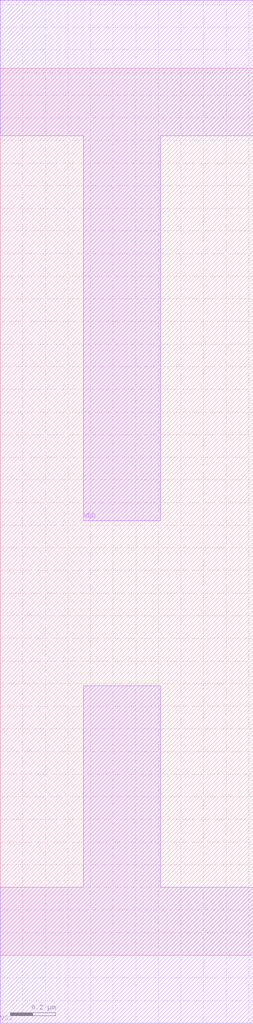
<source format=lef>
# Copyright 2022 GlobalFoundries PDK Authors
#
# Licensed under the Apache License, Version 2.0 (the "License");
# you may not use this file except in compliance with the License.
# You may obtain a copy of the License at
#
#      http://www.apache.org/licenses/LICENSE-2.0
#
# Unless required by applicable law or agreed to in writing, software
# distributed under the License is distributed on an "AS IS" BASIS,
# WITHOUT WARRANTIES OR CONDITIONS OF ANY KIND, either express or implied.
# See the License for the specific language governing permissions and
# limitations under the License.

MACRO gf180mcu_fd_sc_mcu7t5v0__endcap
  CLASS ENDCAP PRE ;
  FOREIGN gf180mcu_fd_sc_mcu7t5v0__endcap 0.0 0.0 ;
  ORIGIN 0 0 ;
  SYMMETRY X Y ;
  SITE GF018hv5v_mcu_sc7 ;
  SIZE 1.12 BY 3.92 ;
  PIN VDD
    DIRECTION INOUT ;
    USE power ;
    SHAPE ABUTMENT ;
    PORT
      LAYER METAL1 ;
        POLYGON 0 3.62 0.37 3.62 0.37 1.92 0.71 1.92 0.71 3.62 1.12 3.62 1.12 4.22 0 4.22  ;
    END
  END VDD
  PIN VSS
    DIRECTION INOUT ;
    USE ground ;
    SHAPE ABUTMENT ;
    PORT
      LAYER METAL1 ;
        POLYGON 0 -0.3 1.12 -0.3 1.12 0.3 0.71 0.3 0.71 1.19 0.37 1.19 0.37 0.3 0 0.3  ;
    END
  END VSS
END gf180mcu_fd_sc_mcu7t5v0__endcap

</source>
